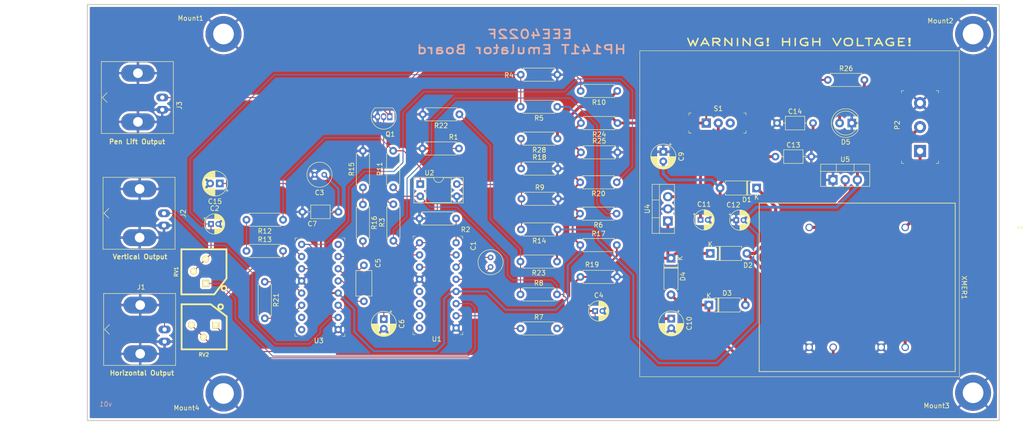
<source format=kicad_pcb>
(kicad_pcb (version 20221018) (generator pcbnew)
  (title_block (title "HP141 Emulator Board") (date "2025-04-08") (rev "v01") (company "EEE4022F: Research Project") (comment 1 "University of Cape Town"))
  (layers (0 "F.Cu" signal) (31 "B.Cu" signal) (34 "B.Paste" user) (35 "F.Paste" user) (36 "B.SilkS" user "B.Silkscreen") (37 "F.SilkS" user "F.Silkscreen") (38 "B.Mask" user) (39 "F.Mask" user) (44 "Edge.Cuts" user))
  (net 0 "")
  (net 1 "Net-(U1-TC1)")
  (net 2 "Net-(U1-TC2)")
  (net 3 "Net-(C2-Pad1)")
  (net 4 "GND")
  (net 5 "+9V")
  (net 6 "Net-(C4-Pad1)")
  (net 7 "Net-(U3-TC1)")
  (net 8 "Net-(U3-TC2)")
  (net 9 "Net-(U1-BIAS)")
  (net 10 "Net-(D1-A)")
  (net 11 "Net-(D2-K)")
  (net 12 "12V1")
  (net 13 "-12V")
  (net 14 "Net-(U3-BIAS)")
  (net 15 "Net-(D1-K)")
  (net 16 "Net-(D3-K)")
  (net 17 "Net-(D5-A)")
  (net 18 "Vx")
  (net 19 "Vy")
  (net 20 "Vp")
  (net 21 "Net-(Q1-B)")
  (net 22 "Net-(U1-TR1)")
  (net 23 "Net-(U1-TR2)")
  (net 24 "V_sq")
  (net 25 "V_saw")
  (net 26 "Net-(U2A--)")
  (net 27 "-1V")
  (net 28 "-6V")
  (net 29 "+12V")
  (net 30 "Net-(R11-Pad2)")
  (net 31 "Net-(U2B--)")
  (net 32 "Net-(R15-Pad1)")
  (net 33 "Net-(U3-TR1)")
  (net 34 "+6V")
  (net 35 "Net-(U3-FSKI)")
  (net 36 "Net-(U3-WAVEA1)")
  (net 37 "Net-(U3-WAVEA2)")
  (net 38 "Net-(U1-MO)")
  (net 39 "Net-(U3-MO)")
  (net 48 "Net-(P2-AC_P)")
  (net 49 "Net-(P2-AC_N)")
  (footprint "Resistor_THT:R_Axial_DIN0207_L6.3mm_D2.5mm_P7.62mm_Horizontal" (layer "F.Cu") (at 189.55 108.975 180)
    (fp_text reference "R23")
    (fp_text value "110k")
  )
  (footprint "Digikey:Socket_DIP-16_7.62mm_Conn" (layer "F.Cu") (at 168.52 122.825 180)
    (fp_text reference "U1")
    (fp_text value "XR2206CP")
  )
  (footprint "Resistor_THT:R_Axial_DIN0207_L6.3mm_D2.5mm_P7.62mm_Horizontal" (layer "F.Cu") (at 202 92.425 180)
    (fp_text reference "R20")
    (fp_text value "10k")
  )
  (footprint "Capacitor_THT:C_Axial_L3.8mm_D2.6mm_P7.50mm_Horizontal" (layer "F.Cu") (at 144 98.6 180)
    (fp_text reference "C7")
    (fp_text value "1uF")
  )
  (footprint "Resistor_THT:R_Axial_DIN0207_L6.3mm_D2.5mm_P7.62mm_Horizontal" (layer "F.Cu") (at 168.51 99.975 180)
    (fp_text reference "R2")
    (fp_text value "1.2k")
  )
  (footprint "Resistor_THT:R_Axial_DIN0207_L6.3mm_D2.5mm_P7.62mm_Horizontal" (layer "F.Cu") (at 189.65 83.325 180)
    (fp_text reference "R28")
    (fp_text value "10k")
  )
  (footprint "Capacitor_THT:CP_Radial_D4.0mm_P1.50mm" (layer "F.Cu") (at 197.5 119.275)
    (fp_text reference "C4")
    (fp_text value "10uF")
  )
  (footprint "Capacitor_THT:CP_Radial_D4.0mm_P1.50mm" (layer "F.Cu") (at 117.447401 101.13)
    (fp_text reference "C2")
    (fp_text value "10uF")
  )
  (footprint "Digikey:Term_Block_1x3_P5mm" (layer "F.Cu") (at 265.2 85.9 90)
    (fp_text reference "P2")
    (fp_text value "Conn_WallPlug_Earth")
  )
  (footprint "Capacitor_THT:C_Axial_L3.8mm_D2.6mm_P7.50mm_Horizontal" (layer "F.Cu") (at 235.05 87.075)
    (fp_text reference "C13")
    (fp_text value "0.1uF")
  )
  (footprint "Resistor_THT:R_Axial_DIN0207_L6.3mm_D2.5mm_P7.62mm_Horizontal" (layer "F.Cu") (at 194.39 105.525)
    (fp_text reference "R17")
    (fp_text value "5.1k")
  )
  (footprint "Capacitor_THT:C_Axial_L5.1mm_D3.1mm_P7.50mm_Horizontal" (layer "F.Cu") (at 149.3 117.25 90)
    (fp_text reference "C5")
    (fp_text value "22nF")
  )
  (footprint "Connector_Coaxial:BNC_Amphenol_B6252HB-NPP3G-50_Horizontal" (layer "F.Cu") (at 107.3 74.75 90)
    (fp_text reference "J3")
    (fp_text value "Conn_Coaxial")
  )
  (footprint "Resistor_THT:R_Axial_DIN0207_L6.3mm_D2.5mm_P7.62mm_Horizontal" (layer "F.Cu") (at 149.1 97.065 -90)
    (fp_text reference "R16")
    (fp_text value "220R")
  )
  (footprint "Resistor_THT:R_Axial_DIN0207_L6.3mm_D2.5mm_P7.62mm_Horizontal" (layer "F.Cu") (at 181.95 122.925)
    (fp_text reference "R7")
    (fp_text value "1k")
  )
  (footprint "Capacitor_THT:CP_Radial_D4.0mm_P1.50mm" (layer "F.Cu") (at 226.9 100.325)
    (fp_text reference "C12")
    (fp_text value "10uF")
  )
  (footprint "Resistor_THT:R_Axial_DIN0207_L6.3mm_D2.5mm_P7.62mm_Horizontal" (layer "F.Cu") (at 155.4 93.485 90)
    (fp_text reference "R11")
    (fp_text value "18k")
  )
  (footprint "MountingHole:MountingHole_4.3mm_M4_DIN965_Pad" (layer "F.Cu") (at 276.25 136.35)
    (fp_text reference "Mount3")
    (fp_text value "MountingHole_4.3mm_M4_DIN965_Pad")
  )
  (footprint "Resistor_THT:R_Axial_DIN0207_L6.3mm_D2.5mm_P7.62mm_Horizontal" (layer "F.Cu") (at 189.6 76.675 180)
    (fp_text reference "R5")
    (fp_text value "5.1k")
  )
  (footprint "Connector_Coaxial:BNC_Amphenol_B6252HB-NPP3G-50_Horizontal" (layer "F.Cu") (at 107.77 123.13 90)
    (fp_text reference "J1")
    (fp_text value "Conn_Coaxial")
  )
  (footprint "Diode_THT:D_A-405_P7.62mm_Horizontal" (layer "F.Cu") (at 221.48 107.275)
    (fp_text reference "D2")
    (fp_text value "1N4007")
  )
  (footprint "Resistor_THT:R_Axial_DIN0207_L6.3mm_D2.5mm_P7.62mm_Horizontal" (layer "F.Cu") (at 202.15 80.075 180)
    (fp_text reference "R24")
    (fp_text value "3.3k")
  )
  (footprint "Resistor_THT:R_Axial_DIN0207_L6.3mm_D2.5mm_P7.62mm_Horizontal" (layer "F.Cu") (at 194.43 112.175)
    (fp_text reference "R19")
    (fp_text value "5.1k")
  )
  (footprint "Capacitor_THT:CP_Radial_D4.0mm_P1.50mm" (layer "F.Cu") (at 219.45 100.275)
    (fp_text reference "C11")
    (fp_text value "10uF")
  )
  (footprint "bourns:BOURNS-3362P_pot" (layer "F.Cu") (at 115.89 122.2 180)
    (fp_text reference "RV2")
    (fp_text value "25k" hide)
  )
  (footprint "Resistor_THT:R_Axial_DIN0207_L6.3mm_D2.5mm_P7.62mm_Horizontal" (layer "F.Cu") (at 181.99 69.975)
    (fp_text reference "R4")
    (fp_text value "5.1k")
  )
  (footprint "Digikey:Socket_DIP-16_7.62mm_Conn" (layer "F.Cu") (at 143.95 123.165 180)
    (fp_text reference "U3")
    (fp_text value "XR2206CP")
  )
  (footprint "Resistor_THT:R_Axial_DIN0207_L6.3mm_D2.5mm_P7.62mm_Horizontal" (layer "F.Cu") (at 169.2 78.25 180)
    (fp_text reference "R22")
    (fp_text value "10k")
  )
  (footprint "myrra_ul:44202_MYR" (layer "F.Cu") (at 262.1 101.85 -90)
    (fp_text reference "XMER1")
    (fp_text value "44202")
  )
  (footprint "MountingHole:MountingHole_4.3mm_M4_DIN965_Pad" (layer "F.Cu") (at 120.05 61.5)
    (fp_text reference "Mount1")
    (fp_text value "MountingHole_4.3mm_M4_DIN965_Pad")
  )
  (footprint "Resistor_THT:R_Axial_DIN0207_L6.3mm_D2.5mm_P7.62mm_Horizontal" (layer "F.Cu") (at 124.84 106.75)
    (fp_text reference "R13")
    (fp_text value "10k")
  )
  (footprint "Package_DIP:DIP-4_W7.62mm_Socket" (layer "F.Cu") (at 161.05 92.8)
    (fp_text reference "U2")
    (fp_text value "LM358")
  )
  (footprint "Resistor_THT:R_Axial_DIN0207_L6.3mm_D2.5mm_P7.62mm_Horizontal" (layer "F.Cu") (at 149.1 93.495 90)
    (fp_text reference "R15")
    (fp_text value "4.3k")
  )
  (footprint "Resistor_THT:R_Axial_DIN0207_L6.3mm_D2.5mm_P7.62mm_Horizontal" (layer "F.Cu") (at 182.14 95.875)
    (fp_text reference "R9")
    (fp_text value "10k")
  )
  (footprint "Package_TO_SOT_THT:TO-92_Inline" (layer "F.Cu") (at 154.7 78.75 180)
    (fp_text reference "Q1")
    (fp_text value "2N2222")
  )
  (footprint "Connector_Coaxial:BNC_Amphenol_B6252HB-NPP3G-50_Horizontal" (layer "F.Cu") (at 107.65 98.9 90)
    (fp_text reference "J2")
    (fp_text value "Conn_Coaxial")
  )
  (footprint "Resistor_THT:R_Axial_DIN0207_L6.3mm_D2.5mm_P7.62mm_Horizontal" (layer "F.Cu") (at 132.46 100.25 180)
    (fp_text reference "R12")
    (fp_text value "10k")
  )
  (footprint "Capacitor_THT:C_Radial_D5.0mm_H5.0mm_P2.00mm" (layer "F.Cu") (at 141.05 90.85 180)
    (fp_text reference "C3")
    (fp_text value "1uF")
  )
  (footprint "Resistor_THT:R_Axial_DIN0207_L6.3mm_D2.5mm_P7.62mm_Horizontal" (layer "F.Cu") (at 194.53 86.175)
    (fp_text reference "R25")
    (fp_text value "10k")
  )
  (footprint "LED_THT:LED_D5.0mm" (layer "F.Cu") (at 250.975 80.075 180)
    (fp_text reference "D5")
    (fp_text value "GREEN")
  )
  (footprint "Capacitor_THT:C_Radial_D5.0mm_H5.0mm_P2.00mm" (layer "F.Cu") (at 175.7 110.1 90)
    (fp_text reference "C1")
    (fp_text value "47uF")
  )
  (footprint "bourns:BOURNS-3362P_pot" (layer "F.Cu") (at 116.35 110.99 90)
    (fp_text reference "RV1")
    (fp_text value "25k" hide)
  )
  (footprint "Resistor_THT:R_Axial_DIN0207_L6.3mm_D2.5mm_P7.62mm_Horizontal" (layer "F.Cu") (at 202.1 73.375 180)
    (fp_text reference "R10")
    (fp_text value "10k")
  )
  (footprint "Resistor_THT:R_Axial_DIN0207_L6.3mm_D2.5mm_P7.62mm_Horizontal" (layer "F.Cu") (at 245.98 71.075)
    (fp_text reference "R26")
    (fp_text value "100k")
  )
  (footprint "Capacitor_THT:CP_Radial_D5.0mm_P2.00mm" (layer "F.Cu") (at 153.45 120.975 -90)
    (fp_text reference "C6")
    (fp_text value "1uF")
  )
  (footprint "Capacitor_THT:CP_Radial_D5.0mm_P2.00mm" (layer "F.Cu") (at 211.7 86.069888 -90)
    (fp_text reference "C9")
    (fp_text value "1mF")
  )
  (footprint "Package_TO_SOT_THT:TO-220-3_Vertical" (layer "F.Cu") (at 212.645 100.515 90)
    (fp_text reference "U4")
    (fp_text value "LM7812_TO220")
  )
  (footprint "Capacitor_THT:CP_Radial_D5.0mm_P2.00mm" (layer "F.Cu") (at 119.27 92.68 180)
    (fp_text reference "C15")
    (fp_text value "1uF")
  )
  (footprint "Resistor_THT:R_Axial_DIN0207_L6.3mm_D2.5mm_P7.62mm_Horizontal" (layer "F.Cu") (at 169.11 85.375 180)
    (fp_text reference "R1")
    (fp_text value "1.5k")
  )
  (footprint "MountingHole:MountingHole_4.3mm_M4_DIN965_Pad" (layer "F.Cu") (at 276.25 61.5)
    (fp_text reference "Mount2")
    (fp_text value "MountingHole_4.3mm_M4_DIN965_Pad")
  )
  (footprint "Resistor_THT:R_Axial_DIN0207_L6.3mm_D2.5mm_P7.62mm_Horizontal" (layer "F.Cu") (at 155.45 104.635 90)
    (fp_text reference "R3")
    (fp_text value "1k")
  )
  (footprint "MountingHole:MountingHole_4.3mm_M4_DIN965_Pad" (layer "F.Cu") (at 120.05 136.5)
    (fp_text reference "Mount4")
    (fp_text value "MountingHole_4.3mm_M4_DIN965_Pad")
  )
  (footprint "digikey-footprints:Switch_Slide_11.6x4mm_EG1218" (layer "F.Cu") (at 220.65 80.075)
    (fp_text reference "S1")
    (fp_text value "EG1218")
  )
  (footprint "Resistor_THT:R_Axial_DIN0207_L6.3mm_D2.5mm_P7.62mm_Horizontal" (layer "F.Cu") (at 189.66 102.275 180)
    (fp_text reference "R14")
    (fp_text value "10k")
  )
  (footprint "Diode_THT:D_A-405_P7.62mm_Horizontal" (layer "F.Cu") (at 213.3 108.265 -90)
    (fp_text reference "D4")
    (fp_text value "1N4007")
  )
  (footprint "Diode_THT:D_A-405_P7.62mm_Horizontal" (layer "F.Cu") (at 231.15 93.625 180)
    (fp_text reference "D1")
    (fp_text value "1N4007")
  )
  (footprint "Resistor_THT:R_Axial_DIN0207_L6.3mm_D2.5mm_P7.62mm_Horizontal" (layer "F.Cu") (at 201.96 98.975 180)
    (fp_text reference "R6")
    (fp_text value "5.1k")
  )
  (footprint "Capacitor_THT:CP_Radial_D5.0mm_P2.00mm" (layer "F.Cu") (at 213.35 120.875 -90)
    (fp_text reference "C10")
    (fp_text value "1mF")
  )
  (footprint "Resistor_THT:R_Axial_DIN0207_L6.3mm_D2.5mm_P7.62mm_Horizontal" (layer "F.Cu") (at 128.65 113.19 -90)
    (fp_text reference "R21")
    (fp_text value "220R")
  )
  (footprint "Package_TO_SOT_THT:TO-220-3_Vertical" (layer "F.Cu") (at 247.06 91.92)
    (fp_text reference "U5")
    (fp_text value "LM7912_TO220")
  )
  (footprint "Capacitor_THT:C_Axial_L3.8mm_D2.6mm_P7.50mm_Horizontal" (layer "F.Cu") (at 235.4 80.075)
    (fp_text reference "C14")
    (fp_text value "0.1uF")
  )
  (footprint "Diode_THT:D_A-405_P7.62mm_Horizontal" (layer "F.Cu") (at 221.18 118.025)
    (fp_text reference "D3")
    (fp_text value "1N4007")
  )
  (footprint "Resistor_THT:R_Axial_DIN0207_L6.3mm_D2.5mm_P7.62mm_Horizontal" (layer "F.Cu") (at 182.08 89.575)
    (fp_text reference "R18")
    (fp_text value "10k")
  )
  (footprint "Resistor_THT:R_Axial_DIN0207_L6.3mm_D2.5mm_P7.62mm_Horizontal" (layer "F.Cu") (at 181.93 115.825)
    (fp_text reference "R8")
    (fp_text value "1k")
  )
  (gr_line (start 206.8 65) (end 206.775 133) (stroke (width 0.1)) (layer "F.SilkS"))
  (gr_line (start 273.4 133) (end 273.4 65) (stroke (width 0.1)) (layer "F.SilkS"))
  (gr_line (start 206.775 133) (end 273.4 133) (stroke (width 0.1)) (layer "F.SilkS"))
  (gr_line (start 273.4 65) (end 206.8 65) (stroke (width 0.1)) (layer "F.SilkS"))
  (gr_line (start 91.7 142.125) (end 281.7 142.125) (stroke (width 0.254)) (layer "Edge.Cuts"))
  (gr_line (start 281.7 55.35) (end 281.7 142.125) (stroke (width 0.254)) (layer "Edge.Cuts"))
  (gr_line (start 91.7 55.35) (end 91.7 142.125) (stroke (width 0.254)) (layer "Edge.Cuts"))
  (gr_line (start 91.7 55.35) (end 281.7 55.35) (stroke (width 0.254)) (layer "Edge.Cuts"))
  (gr_text "v01" (at 96.9 139.3) (layer "B.SilkS") (effects (font (size 1 1) (thickness 0.125)) (justify left bottom mirror)))
  (gr_text "HP141T Emulator Board" (at 204.2 65.8) (layer "B.SilkS") (effects (font (size 1.8 2.4) (thickness 0.36) bold) (justify left bottom mirror)))
  (gr_text "EEE4022F" (at 193 62.6) (layer "B.SilkS") (effects (font (size 1.8 2.4) (thickness 0.36) bold) (justify left bottom mirror)))
  (gr_text locked "Vertical Output" (at 96.85 108.55) (layer "F.SilkS") (effects (font (size 1 1) (thickness 0.2) bold) (justify left bottom)))
  (gr_text "WARNING! HIGH VOLTAGE!" (at 216.25 64.1) (layer "F.SilkS") (effects (font (size 1.5 2.5) (thickness 0.3) bold) (justify left bottom)))
  (gr_text locked "Pen Lift Output" (at 96.1 84.55) (layer "F.SilkS") (effects (font (size 1 1) (thickness 0.2) bold) (justify left bottom)))
  (gr_text locked "Horizontal Output\n" (at 96.25 132.8) (layer "F.SilkS") (effects (font (size 1 1) (thickness 0.2) bold) (justify left bottom)))
  (segment (start 173.135 112.665) (end 168.52 112.665) (width 0.2) (layer "F.Cu") (net 1))
  (segment (start 175.7 110.1) (end 173.135 112.665) (width 0.2) (layer "F.Cu") (net 1))
  (segment (start 175.7 108.1) (end 170.545 108.1) (width 0.2) (layer "F.Cu") (net 2))
  (segment (start 170.545 108.1) (end 168.52 110.125) (width 0.2) (layer "F.Cu") (net 2))
  (segment (start 181.99 76.665) (end 181.98 76.675) (width 0.2) (layer "F.Cu") (net 3))
  (segment (start 117.447401 107.352599) (end 116.35 108.45) (width 0.2) (layer "F.Cu") (net 3))
  (segment (start 117.447401 101.13) (end 117.52 101.202599) (width 0.2) (layer "F.Cu") (net 3))
  (segment (start 116.35 108.45) (end 113.81 110.99) (width 0.2) (layer "F.Cu") (net 3))
  (segment (start 117.447401 101.13) (end 117.447401 107.352599) (width 0.2) (layer "F.Cu") (net 3))
  (segment (start 181.99 69.975) (end 181.99 76.665) (width 0.2) (layer "F.Cu") (net 3))
  (segment (start 130.675 69.975) (end 181.99 69.975) (width 0.2) (layer "B.Cu") (net 3))
  (segment (start 113.1 87.55) (end 130.675 69.975) (width 0.2) (layer "B.Cu") (net 3))
  (segment (start 113.1 98.7) (end 113.1 87.55) (width 0.2) (layer "B.Cu") (net 3))
  (segment (start 117.447401 101.13) (end 115.53 101.13) (width 0.2) (layer "B.Cu") (net 3))
  (segment (start 115.53 101.13) (end 113.1 98.7) (width 0.2) (layer "B.Cu") (net 3))
  (segment (start 192.8 100.515) (end 192.8 103.935) (width 0.4) (layer "F.Cu") (net 5))
  (segment (start 194.38 86.325) (end 194.53 86.175) (width 0.2) (layer "F.Cu") (net 5))
  (segment (start 192.7 88.005) (end 194.38 86.325) (width 0.4) (layer "F.Cu") (net 5))
  (segment (start 141.495 115.545) (end 143.95 115.545) (width 0.4) (layer "F.Cu") (net 5))
  (segment (start 144 98.6) (end 142.95 98.6) (width 0.4) (layer "F.Cu") (net 5))
  (segment (start 142.95 98.6) (end 140.35 101.2) (width 0.4) (layer "F.Cu") (net 5))
  (segment (start 194.38 92.425) (end 192.8 94.005) (width 0.4) (layer "F.Cu") (net 5))
  (segment (start 194.38 92.425) (end 192.7 90.745) (width 0.4) (layer "F.Cu") (net 5))
  (segment (start 192.8 103.935) (end 194.39 105.525) (width 0.4) (layer "F.Cu") (net 5))
  (segment (start 140.35 101.2) (end 140.35 114.4) (width 0.4) (layer "F.Cu") (net 5))
  (segment (start 192.7 90.745) (end 192.7 88.005) (width 0.4) (layer "F.Cu") (net 5))
  (segment (start 192.8 94.005) (end 192.8 97.435) (width 0.4) (layer "F.Cu") (net 5))
  (segment (start 192.65 81.955) (end 194.53 80.075) (width 0.4) (layer "F.Cu") (net 5))
  (segment (start 192.8 97.435) (end 194.34 98.975) (width 0.4) (layer "F.Cu") (net 5))
  (segment (start 192.65 84.295) (end 192.65 81.955) (width 0.4) (layer "F.Cu") (net 5))
  (segment (start 140.35 114.4) (end 141.495 115.545) (width 0.4) (layer "F.Cu") (net 5))
  (segment (start 194.53 86.175) (end 192.65 84.295) (width 0.4) (layer "F.Cu") (net 5))
  (segment (start 194.34 98.975) (end 192.8 100.515) (width 0.4) (layer "F.Cu") (net 5))
  (segment (start 147.3 123.625) (end 151.35 127.675) (width 0.4) (layer "B.Cu") (net 5))
  (segment (start 166 116.75) (end 167.545 115.205) (width 0.4) (layer "B.Cu") (net 5))
  (segment (start 166 126.1) (end 166 116.75) (width 0.4) (layer "B.Cu") (net 5))
  (segment (start 151.35 127.675) (end 164.425 127.675) (width 0.4) (layer "B.Cu") (net 5))
  (segment (start 194.53 80.075) (end 194.53 79.13) (width 0.4) (layer "B.Cu") (net 5))
  (segment (start 147.3 118.895) (end 147.3 123.625) (width 0.4) (layer "B.Cu") (net 5))
  (segment (start 192.075 76.675) (end 189.6 76.675) (width 0.4) (layer "B.Cu") (net 5))
  (segment (start 144 98.6) (end 144 93.8) (width 0.4) (layer "B.Cu") (net 5))
  (segment (start 143.95 115.545) (end 147.3 118.895) (width 0.4) (layer "B.Cu") (net 5))
  (segment (start 194.53 79.13) (end 192.075 76.675) (width 0.4) (layer "B.Cu") (net 5))
  (segment (start 175.005 115.205) (end 168.52 115.205) (width 0.4) (layer "B.Cu") (net 5))
  (segment (start 191.8 109.75) (end 191.8 116.55) (width 0.4) (layer "B.Cu") (net 5))
  (segment (start 194.39 107.16) (end 191.8 109.75) (width 0.4) (layer "B.Cu") (net 5))
  (segment (start 191.8 116.55) (end 189.3 119.05) (width 0.4) (layer "B.Cu") (net 5))
  (segment (start 178.85 119.05) (end 175.005 115.205) (width 0.4) (layer "B.Cu") (net 5))
  (segment (start 167.545 115.205) (end 168.52 115.205) (width 0.4) (layer "B.Cu") (net 5))
  (segment (start 144 93.8) (end 141.05 90.85) (width 0.4) (layer "B.Cu") (net 5))
  (segment (start 189.3 119.05) (end 178.85 119.05) (width 0.4) (layer "B.Cu") (net 5))
  (segment (start 164.425 127.675) (end 166 126.1) (width 0.4) (layer "B.Cu") (net 5))
  (segment (start 194.39 105.525) (end 194.39 107.16) (width 0.4) (layer "B.Cu") (net 5))
  (segment (start 120.133 128.983) (end 115.89 124.74) (width 0.2) (layer "F.Cu") (net 6))
  (segment (start 120.133 129.05) (end 120.133 128.983) (width 0.2) (layer "F.Cu") (net 6))
  (segment (start 193 129.05) (end 120.133 129.05) (width 0.2) (layer "F.Cu") (net 6))
  (segment (start 197.5 119.275) (end 197.5 124.55) (width 0.2) (layer "F.Cu") (net 6))
  (segment (start 202.01 107.815) (end 202.01 105.525) (width 0.4) (layer "F.Cu") (net 6))
  (segment (start 193 117.325) (end 193 113.605) (width 0.4) (layer "F.Cu") (net 6))
  (segment (start 194.95 119.275) (end 193 117.325) (width 0.4) (layer "F.Cu") (net 6))
  (segment (start 194.43 112.175) (end 197.65 112.175) (width 0.4) (layer "F.Cu") (net 6))
  (segment (start 197.5 124.55) (end 193 129.05) (width 0.2) (layer "F.Cu") (net 6))
  (segment (start 115.89 124.74) (end 113.35 122.2) (width 0.2) (layer "F.Cu") (net 6))
  (segment (start 197.5 119.275) (end 194.95 119.275) (width 0.4) (layer "F.Cu") (net 6))
  (segment (start 197.65 112.175) (end 202.01 107.815) (width 0.4) (layer "F.Cu") (net 6))
  (segment (start 193 113.605) (end 194.43 112.175) (width 0.4) (layer "F.Cu") (net 6))
  (segment (start 144.755 113.005) (end 143.95 113.005) (width 0.2) (layer "F.Cu") (net 7))
  (segment (start 149.3 117.25) (end 147.75 117.25) (width 0.2) (layer "F.Cu") (net 7))
  (segment (start 147.75 117.25) (end 146.4 115.9) (width 0.2) (layer "F.Cu") (net 7))
  (segment (start 146.4 115.9) (end 146.4 114.65) (width 0.2) (layer "F.Cu") (net 7))
  (segment (start 146.4 114.65) (end 144.755 113.005) (width 0.2) (layer "F.Cu") (net 7))
  (segment (start 147.8 111.25) (end 144.735 111.25) (width 0.2) (layer "F.Cu") (net 8))
  (segment (start 144.735 111.25) (end 143.95 110.465) (width 0.2) (layer "F.Cu") (net 8))
  (segment (start 149.3 109.75) (end 147.8 111.25) (width 0.2) (layer "F.Cu") (net 8))
  (segment (start 157.29 107.585) (end 160.9 107.585) (width 0.2) (layer "F.Cu") (net 9))
  (segment (start 153.45 111.425) (end 157.29 107.585) (width 0.2) (layer "F.Cu") (net 9))
  (segment (start 153.45 120.975) (end 153.45 111.425) (width 0.2) (layer "F.Cu") (net 9))
  (segment (start 223.53 96.13) (end 223.53 93.625) (width 0.6) (layer "F.Cu") (net 10))
  (segment (start 228.8 118.025) (end 228.8 115.05) (width 0.6) (layer "F.Cu") (net 10))
  (segment (start 224.75 97.35) (end 223.53 96.13) (width 0.6) (layer "F.Cu") (net 10))
  (segment (start 249.6 91.92) (end 249.6 93.875) (width 0.6) (layer "F.Cu") (net 10))
  (segment (start 240.3 96.025) (end 234.7 90.425) (width 0.6) (layer "F.Cu") (net 10))
  (segment (start 224.75 111) (end 224.75 97.35) (width 0.6) (layer "F.Cu") (net 10))
  (segment (start 228.8 115.05) (end 224.75 111) (width 0.6) (layer "F.Cu") (net 10))
  (segment (start 225.8 90.425) (end 223.53 92.695) (width 0.6) (layer "F.Cu") (net 10))
  (segment (start 249.6 93.875) (end 247.45 96.025) (width 0.6) (layer "F.Cu") (net 10))
  (segment (start 247.45 96.025) (end 240.3 96.025) (width 0.6) (layer "F.Cu") (net 10))
  (segment (start 223.53 92.695) (end 223.53 93.625) (width 0.6) (layer "F.Cu") (net 10))
  (segment (start 234.7 90.425) (end 225.8 90.425) (width 0.6) (layer "F.Cu") (net 10))
  (segment (start 221.83 91.925) (end 223.53 93.625) (width 0.6) (layer "B.Cu") (net 10))
  (segment (start 212.95 91.925) (end 221.83 91.925) (width 0.6) (layer "B.Cu") (net 10))
  (segment (start 211.7 90.675) (end 212.95 91.925) (width 0.6) (layer "B.Cu") (net 10))
  (segment (start 211.7 88.069888) (end 211.7 90.675) (width 0.6) (layer "B.Cu") (net 10))
  (segment (start 212.645 107.61) (end 213.3 108.265) (width 0.6) (layer "F.Cu") (net 11))
  (segment (start 213.35 120.875) (end 211 120.875) (width 0.6) (layer "F.Cu") (net 11))
  (segment (start 213.26 108.225) (end 213.3 108.265) (width 0.6) (layer "F.Cu") (net 11))
  (segment (start 209.2 119.075) (end 209.2 109.775) (width 0.6) (layer "F.Cu") (net 11))
  (segment (start 210.71 108.265) (end 213.3 108.265) (width 0.6) (layer "F.Cu") (net 11))
  (segment (start 209.2 109.775) (end 210.71 108.265) (width 0.6) (layer "F.Cu") (net 11))
  (segment (start 212.645 100.515) (end 212.645 107.61) (width 0.6) (layer "F.Cu") (net 11))
  (segment (start 214.29 107.275) (end 213.3 108.265) (width 0.6) (layer "F.Cu") (net 11))
  (segment (start 221.48 107.275) (end 214.29 107.275) (width 0.6) (layer "F.Cu") (net 11))
  (segment (start 211 120.875) (end 209.2 119.075) (width 0.6) (layer "F.Cu") (net 11))
  (segment (start 212.645 107.61) (end 213.3 108.265) (width 0.2) (layer "B.Cu") (net 11))
  (segment (start 222.3 87.075) (end 219.45 89.925) (width 0.6) (layer "F.Cu") (net 12))
  (segment (start 219.45 89.925) (end 219.45 95.425) (width 0.6) (layer "F.Cu") (net 12))
  (segment (start 219.45 95.425) (end 219.45 100.275) (width 0.6) (layer "F.Cu") (net 12))
  (segment (start 219.44 95.435) (end 219.45 95.425) (width 0.2) (layer "F.Cu") (net 12))
  (segment (start 224.4 84.125) (end 223.15 82.875) (width 0.6) (layer "F.Cu") (net 12))
  (segment (start 223.15 82.875) (end 223.15 80.075) (width 0.6) (layer "F.Cu") (net 12))
  (segment (start 224.4 87.075) (end 224.4 84.125) (width 0.6) (layer "F.Cu") (net 12))
  (segment (start 212.645 95.435) (end 219.44 95.435) (width 0.6) (layer "F.Cu") (net 12))
  (segment (start 235.05 87.075) (end 224.4 87.075) (width 0.6) (layer "F.Cu") (net 12))
  (segment (start 224.4 87.075) (end 222.3 87.075) (width 0.6) (layer "F.Cu") (net 12))
  (segment (start 242.9 82.475) (end 246.2 85.775) (width 0.6) (layer "F.Cu") (net 13))
  (segment (start 249.55 85.775) (end 252.14 88.365) (width 0.6) (layer "F.Cu") (net 13))
  (segment (start 189.55 102.385) (end 189.66 102.275) (width 0.2) (layer "F.Cu") (net 13))
  (segment (start 189.55 108.975) (end 189.55 102.385) (width 0.4) (layer "F.Cu") (net 13))
  (segment (start 189.66 108.865) (end 189.55 108.975) (width 0.2) (layer "F.Cu") (net 13))
  (segment (start 246.2 85.775) (end 249.55 85.775) (width 0.6) (layer "F.Cu") (net 13))
  (segment (start 252.14 88.365) (end 252.14 91.92) (width 0.6) (layer "F.Cu") (net 13))
  (segment (start 242.9 80.075) (end 242.9 82.475) (width 0.6) (layer "F.Cu") (net 13))
  (segment (start 231.1 97.625) (end 228.4 100.325) (width 0.6) (layer "B.Cu") (net 13))
  (segment (start 247.8 97.625) (end 231.1 97.625) (width 0.6) (layer "B.Cu") (net 13))
  (segment (start 231.35 121.625) (end 222.825 130.15) (width 0.4) (layer "B.Cu") (net 13))
  (segment (start 198.05 103.35) (end 196.975 102.275) (width 0.4) (layer "B.Cu") (net 13))
  (segment (start 205.45 124.85) (end 205.45 111.85) (width 0.4) (layer "B.Cu") (net 13))
  (segment (start 247.8 97.625) (end 252.14 93.285) (width 0.6) (layer "B.Cu") (net 13))
  (segment (start 231.35 103.275) (end 231.35 121.625) (width 0.4) (layer "B.Cu") (net 13))
  (segment (start 196.975 102.275) (end 189.66 102.275) (width 0.4) (layer "B.Cu") (net 13))
  (segment (start 228.4 100.325) (end 231.35 103.275) (width 0.4) (layer "B.Cu") (net 13))
  (segment (start 222.825 130.15) (end 210.75 130.15) (width 0.4) (layer "B.Cu") (net 13))
  (segment (start 205.45 111.85) (end 198.05 104.45) (width 0.4) (layer "B.Cu") (net 13))
  (segment (start 198.05 104.45) (end 198.05 103.35) (width 0.4) (layer "B.Cu") (net 13))
  (segment (start 210.75 130.15) (end 205.45 124.85) (width 0.4) (layer "B.Cu") (net 13))
  (segment (start 252.14 93.285) (end 252.14 91.92) (width 0.6) (layer "B.Cu") (net 13))
  (segment (start 134.4 105.995) (end 136.33 107.925) (width 0.2) (layer "F.Cu") (net 14))
  (segment (start 119.27 92.68) (end 132.88 92.68) (width 0.2) (layer "F.Cu") (net 14))
  (segment (start 134.4 94.2) (end 134.4 105.995) (width 0.2) (layer "F.Cu") (net 14))
  (segment (start 132.88 92.68) (end 134.4 94.2) (width 0.2) (layer "F.Cu") (net 14))
  (segment (start 255.5 111.95) (end 262.1 118.55) (width 0.65) (layer "F.Cu") (net 15))
  (segment (start 233.775 111.95) (end 255.5 111.95) (width 0.65) (layer "F.Cu") (net 15))
  (segment (start 235.1 102.95) (end 230.775 107.275) (width 0.65) (layer "F.Cu") (net 15))
  (segment (start 262.1 118.55) (end 262.1 126.850001) (width 0.65) (layer "F.Cu") (net 15))
  (segment (start 231.15 93.625) (end 235.1 97.575) (width 0.65) (layer "F.Cu") (net 15))
  (segment (start 235.1 97.575) (end 235.1 102.95) (width 0.65) (layer "F.Cu") (net 15))
  (segment (start 229.1 107.275) (end 233.775 111.95) (width 0.65) (layer "F.Cu") (net 15))
  (segment (start 230.775 107.275) (end 229.1 107.275) (width 0.65) (layer "F.Cu") (net 15))
  (segment (start 215.44 118.025) (end 221.18 118.025) (width 0.6) (layer "F.Cu") (net 16))
  (segment (start 245.6 130.6) (end 247.1 129.1) (width 0.6) (layer "F.Cu") (net 16))
  (segment (start 213.3 115.885) (end 215.44 118.025) (width 0.6) (layer "F.Cu") (net 16))
  (segment (start 229.1 130.6) (end 245.6 130.6) (width 0.6) (layer "F.Cu") (net 16))
  (segment (start 221.18 122.68) (end 229.1 130.6) (width 0.6) (layer "F.Cu") (net 16))
  (segment (start 221.18 118.025) (end 221.18 122.68) (width 0.6) (layer "F.Cu") (net 16))
  (segment (start 247.1 129.1) (end 247.1 126.850001) (width 0.6) (layer "F.Cu") (net 16))
  (segment (start 248.435 77.74) (end 253.6 72.575) (width 0.6) (layer "F.Cu") (net 17))
  (segment (start 253.6 72.575) (end 253.6 71.075) (width 0.6) (layer "F.Cu") (net 17))
  (segment (start 248.435 80.075) (end 248.435 77.74) (width 0.6) (layer "F.Cu") (net 17))
  (segment (start 132.46 109.54) (end 132.46 106.75) (width 0.2) (layer "F.Cu") (net 18))
  (segment (start 107.77 123.13) (end 107.77 119.98) (width 0.2) (layer "F.Cu") (net 18))
  (segment (start 110.95 116.8) (end 119.65 116.8) (width 0.2) (layer "F.Cu") (net 18))
  (segment (start 131.55 110.45) (end 132.46 109.54) (width 0.2) (layer "F.Cu") (net 18))
  (segment (start 107.77 119.98) (end 110.95 116.8) (width 0.2) (layer "F.Cu") (net 18))
  (segment (start 126 110.45) (end 131.55 110.45) (width 0.2) (layer "F.Cu") (net 18))
  (segment (start 119.65 116.8) (end 126 110.45) (width 0.2) (layer "F.Cu") (net 18))
  (segment (start 120.35 105.6) (end 126.05 111.3) (width 0.2) (layer "B.Cu") (net 19))
  (segment (start 107.65 98.9) (end 109.8 98.9) (width 0.2) (layer "B.Cu") (net 19))
  (segment (start 126.05 121.3) (end 130.9 126.15) (width 0.2) (layer "B.Cu") (net 19))
  (segment (start 109.8 98.9) (end 116.5 105.6) (width 0.2) (layer "B.Cu") (net 19))
  (segment (start 130.9 126.15) (end 137.9 126.15) (width 0.2) (layer "B.Cu") (net 19))
  (segment (start 116.5 105.6) (end 120.35 105.6) (width 0.2) (layer "B.Cu") (net 19))
  (segment (start 137.9 126.15) (end 140.2 123.85) (width 0.2) (layer "B.Cu") (net 19))
  (segment (start 140.2 123.85) (end 140.2 122.9) (width 0.2) (layer "B.Cu") (net 19))
  (segment (start 126.05 111.3) (end 126.05 121.3) (width 0.2) (layer "B.Cu") (net 19))
  (segment (start 140.2 122.9) (end 142.475 120.625) (width 0.2) (layer "B.Cu") (net 19))
  (segment (start 142.475 120.625) (end 143.95 120.625) (width 0.2) (layer "B.Cu") (net 19))
  (segment (start 194.48 73.375) (end 194.48 71.13) (width 0.2) (layer "F.Cu") (net 20))
  (segment (start 190.6 67.25) (end 162.8 67.25) (width 0.2) (layer "F.Cu") (net 20))
  (segment (start 154.7 75.35) (end 154.7 77.95) (width 0.2) (layer "F.Cu") (net 20))
  (segment (start 162.8 67.25) (end 154.7 75.35) (width 0.2) (layer "F.Cu") (net 20))
  (segment (start 154.7 78.75) (end 154.7 78.628274) (width 0.2) (layer "F.Cu") (net 20))
  (segment (start 154.7 78.75) (end 154.7 75.35) (width 0.2) (layer "F.Cu") (net 20))
  (segment (start 194.48 71.13) (end 190.6 67.25) (width 0.2) (layer "F.Cu") (net 20))
  (segment (start 150.821726 74.75) (end 107.3 74.75) (width 0.2) (layer "F.Cu") (net 20))
  (segment (start 154.7 78.628274) (end 150.821726 74.75) (width 0.2) (layer "F.Cu") (net 20))
  (segment (start 153.43 95.53) (end 154.915 97.015) (width 0.2) (layer "F.Cu") (net 21))
  (segment (start 154.915 97.015) (end 155.45 97.015) (width 0.2) (layer "F.Cu") (net 21))
  (segment (start 153.43 78.75) (end 153.43 95.53) (width 0.2) (layer "F.Cu") (net 21))
  (segment (start 164.6 87.45) (end 164.6 105.65) (width 0.2) (layer "F.Cu") (net 22))
  (segment (start 166.535 107.585) (end 168.52 107.585) (width 0.2) (layer "F.Cu") (net 22))
  (segment (start 164.6 105.65) (end 166.535 107.585) (width 0.2) (layer "F.Cu") (net 22))
  (segment (start 169.11 85.375) (end 166.675 85.375) (width 0.2) (layer "F.Cu") (net 22))
  (segment (start 166.675 85.375) (end 164.6 87.45) (width 0.2) (layer "F.Cu") (net 22))
  (segment (start 168.52 105.045) (end 168.52 99.985) (width 0.2) (layer "F.Cu") (net 23))
  (segment (start 168.52 99.985) (end 168.51 99.975) (width 0.2) (layer "F.Cu") (net 23))
  (segment (start 155.45 104.635) (end 156.89 106.075) (width 0.2) (layer "F.Cu") (net 24))
  (segment (start 156.89 106.075) (end 159.87 106.075) (width 0.2) (layer "F.Cu") (net 24))
  (segment (start 201.96 98.985) (end 202.15 99.175) (width 0.2) (layer "F.Cu") (net 24))
  (segment (start 160.9 105.045) (end 162.37 105.045) (width 0.2) (layer "F.Cu") (net 24))
  (segment (start 162.37 105.045) (end 163.2 105.875) (width 0.2) (layer "F.Cu") (net 24))
  (segment (start 162.25 110.125) (end 160.9 110.125) (width 0.2) (layer "F.Cu") (net 24))
  (segment (start 163.2 109.175) (end 162.25 110.125) (width 0.2) (layer "F.Cu") (net 24))
  (segment (start 159.87 106.075) (end 160.9 105.045) (width 0.2) (layer "F.Cu") (net 24))
  (segment (start 201.96 98.975) (end 201.96 98.985) (width 0.2) (layer "F.Cu") (net 24))
  (segment (start 163.2 105.875) (end 163.2 109.175) (width 0.2) (layer "F.Cu") (net 24))
  (segment (start 158.3 91.6) (end 158.3 99.55) (width 0.2) (layer "B.Cu") (net 24))
  (segment (start 163.4 79.75) (end 163.4 86.5) (width 0.2) (layer "B.Cu") (net 24))
  (segment (start 158.3 99.55) (end 155.45 102.4) (width 0.2) (layer "B.Cu") (net 24))
  (segment (start 155.45 102.4) (end 155.45 104.635) (width 0.2) (layer "B.Cu") (net 24))
  (segment (start 201.96 98.975) (end 199.925 98.975) (width 0.2) (layer "B.Cu") (net 24))
  (segment (start 199.925 98.975) (end 197.9 96.95) (width 0.2) (layer "B.Cu") (net 24))
  (segment (start 168.3 74.85) (end 163.4 79.75) (width 0.2) (layer "B.Cu") (net 24))
  (segment (start 192.23505 74.85) (end 168.3 74.85) (width 0.2) (layer "B.Cu") (net 24))
  (segment (start 197.9 80.51495) (end 192.23505 74.85) (width 0.2) (layer "B.Cu") (net 24))
  (segment (start 163.4 86.5) (end 158.3 91.6) (width 0.2) (layer "B.Cu") (net 24))
  (segment (start 197.9 96.95) (end 197.9 80.51495) (width 0.2) (layer "B.Cu") (net 24))
  (segment (start 177.56 120.285) (end 180.2 122.925) (width 0.2) (layer "F.Cu") (net 25))
  (segment (start 180.2 122.925) (end 181.95 122.925) (width 0.2) (layer "F.Cu") (net 25))
  (segment (start 168.52 120.285) (end 177.56 120.285) (width 0.2) (layer "F.Cu") (net 25))
  (segment (start 155.4 93.485) (end 157.255 95.34) (width 0.2) (layer "F.Cu") (net 26))
  (segment (start 190.7 115.825) (end 191.75 116.875) (width 0.2) (layer "F.Cu") (net 26))
  (segment (start 191.75 121.575) (end 190.4 122.925) (width 0.2) (layer "F.Cu") (net 26))
  (segment (start 189.55 115.825) (end 190.7 115.825) (width 0.2) (layer "F.Cu") (net 26))
  (segment (start 190.4 122.925) (end 189.57 122.925) (width 0.2) (layer "F.Cu") (net 26))
  (segment (start 191.75 116.875) (end 191.75 121.575) (width 0.2) (layer "F.Cu") (net 26))
  (segment (start 157.255 95.34) (end 161.05 95.34) (width 0.2) (layer "F.Cu") (net 26))
  (segment (start 189.55 115.825) (end 189.55 113.9) (width 0.2) (layer "B.Cu") (net 26))
  (segment (start 189.55 113.9) (end 188.45 112.8) (width 0.2) (layer "B.Cu") (net 26))
  (segment (start 179.25 108.2) (end 168.65 97.6) (width 0.2) (layer "B.Cu") (net 26))
  (segment (start 188.45 112.8) (end 180.25 112.8) (width 0.2) (layer "B.Cu") (net 26))
  (segment (start 168.65 97.6) (end 163.31 97.6) (width 0.2) (layer "B.Cu") (net 26))
  (segment (start 179.25 111.8) (end 179.25 108.2) (width 0.2) (layer "B.Cu") (net 26))
  (segment (start 163.31 97.6) (end 161.05 95.34) (width 0.2) (layer "B.Cu") (net 26))
  (segment (start 180.25 112.8) (end 179.25 111.8) (width 0.2) (layer "B.Cu") (net 26))
  (segment (start 181.93 108.975) (end 181.93 115.825) (width 0.2) (layer "F.Cu") (net 27))
  (segment (start 175.65 84.7) (end 175.65 100.15) (width 0.2) (layer "B.Cu") (net 27))
  (segment (start 181.93 106.43) (end 181.93 108.975) (width 0.2) (layer "B.Cu") (net 27))
  (segment (start 175.65 100.15) (end 181.93 106.43) (width 0.2) (layer "B.Cu") (net 27))
  (segment (start 169.2 78.25) (end 175.65 84.7) (width 0.2) (layer "B.Cu") (net 27))
  (segment (start 182.14 95.875) (end 182.14 102.175) (width 0.2) (layer "F.Cu") (net 28))
  (segment (start 182.14 94.565) (end 180.475 92.9) (width 0.2) (layer "F.Cu") (net 28))
  (segment (start 180.475 92.9) (end 175.95 92.9) (width 0.2) (layer "F.Cu") (net 28))
  (segment (start 176.1 92.9) (end 168.77 92.9) (width 0.2) (layer "F.Cu") (net 28))
  (segment (start 182.14 95.875) (end 182.14 94.565) (width 0.2) (layer "F.Cu") (net 28))
  (segment (start 182.14 102.175) (end 182.04 102.275) (width 0.2) (layer "F.Cu") (net 28))
  (segment (start 168.77 92.9) (end 168.67 92.8) (width 0.2) (layer "F.Cu") (net 28))
  (segment (start 245.98 71.075) (end 223.95 71.075) (width 0.4) (layer "F.Cu") (net 29))
  (segment (start 200.55 78.475) (end 200.55 76.65) (width 0.6) (layer "F.Cu") (net 29))
  (segment (start 220.65 74.375) (end 220.65 80.075) (width 0.4) (layer "F.Cu") (net 29))
  (segment (start 189.65 81.3) (end 194.3 76.65) (width 0.6) (layer "F.Cu") (net 29))
  (segment (start 202.15 80.075) (end 200.55 78.475) (width 0.6) (layer "F.Cu") (net 29))
  (segment (start 200.55 74.925) (end 202.1 73.375) (width 0.6) (layer "F.Cu") (net 29))
  (segment (start 223.95 71.075) (end 220.65 74.375) (width 0.4) (layer "F.Cu") (net 29))
  (segment (start 194.3 76.65) (end 200.55 76.65) (width 0.6) (layer "F.Cu") (net 29))
  (segment (start 189.65 83.325) (end 189.65 81.3) (width 0.6) (layer "F.Cu") (net 29))
  (segment (start 200.55 76.65) (end 200.55 74.925) (width 0.6) (layer "F.Cu") (net 29))
  (segment (start 202.15 80.075) (end 220.65 80.075) (width 0.6) (layer "F.Cu") (net 29))
  (segment (start 157.59 85.865) (end 155.4 85.865) (width 0.2) (layer "F.Cu") (net 30))
  (segment (start 161.05 92.8) (end 161.05 89.325) (width 0.2) (layer "F.Cu") (net 30))
  (segment (start 161.05 89.325) (end 157.59 85.865) (width 0.2) (layer "F.Cu") (net 30))
  (segment (start 132.46 100.25) (end 132.46 91.84) (width 0.2) (layer "B.Cu") (net 30))
  (segment (start 141.15 83.15) (end 152.685 83.15) (width 0.2) (layer "B.Cu") (net 30))
  (segment (start 152.685 83.15) (end 155.4 85.865) (width 0.2) (layer "B.Cu") (net 30))
  (segment (start 132.46 91.84) (end 141.15 83.15) (width 0.2) (layer "B.Cu") (net 30))
  (segment (start 124.84 106.75) (end 124.84 100.25) (width 0.2) (layer "B.Cu") (net 31))
  (segment (start 149.1 93.495) (end 149.1 97.065) (width 0.2) (layer "F.Cu") (net 32))
  (segment (start 149.1 104.685) (end 149.1 106.475) (width 0.2) (layer "F.Cu") (net 33))
  (segment (start 147.65 107.925) (end 143.95 107.925) (width 0.2) (layer "F.Cu") (net 33))
  (segment (start 149.1 106.475) (end 147.65 107.925) (width 0.2) (layer "F.Cu") (net 33))
  (segment (start 182.08 83.375) (end 182.03 83.325) (width 0.2) (layer "F.Cu") (net 34))
  (segment (start 182.08 89.575) (end 182.08 83.375) (width 0.2) (layer "F.Cu") (net 34))
  (segment (start 136.33 105.385) (end 137.785 105.385) (width 0.2) (layer "F.Cu") (net 35))
  (segment (start 137.835 110.465) (end 136.33 110.465) (width 0.2) (layer "F.Cu") (net 35))
  (segment (start 137.785 105.385) (end 138.8 106.4) (width 0.2) (layer "F.Cu") (net 35))
  (segment (start 138.8 106.4) (end 138.8 109.5) (width 0.2) (layer "F.Cu") (net 35))
  (segment (start 138.8 109.5) (end 137.835 110.465) (width 0.2) (layer "F.Cu") (net 35))
  (segment (start 157.45 88.3) (end 155.579036 90.170964) (width 0.2) (layer "B.Cu") (net 35))
  (segment (start 202.85 70.85) (end 193.869365 70.85) (width 0.2) (layer "B.Cu") (net 35))
  (segment (start 155.579036 90.170964) (end 149.429036 90.170964) (width 0.2) (layer "B.Cu") (net 35))
  (segment (start 146.1 100.6) (end 141.315 105.385) (width 0.2) (layer "B.Cu") (net 35))
  (segment (start 205.25 89.175) (end 205.25 73.25) (width 0.2) (layer "B.Cu") (net 35))
  (segment (start 193.869365 70.85) (end 191.169365 73.55) (width 0.2) (layer "B.Cu") (net 35))
  (segment (start 146.1 93.5) (end 146.1 100.6) (width 0.2) (layer "B.Cu") (net 35))
  (segment (start 149.429036 90.170964) (end 146.1 93.5) (width 0.2) (layer "B.Cu") (net 35))
  (segment (start 191.169365 73.55) (end 161.8 73.55) (width 0.2) (layer "B.Cu") (net 35))
  (segment (start 157.45 77.9) (end 157.45 88.3) (width 0.2) (layer "B.Cu") (net 35))
  (segment (start 141.315 105.385) (end 136.33 105.385) (width 0.2) (layer "B.Cu") (net 35))
  (segment (start 161.8 73.55) (end 157.45 77.9) (width 0.2) (layer "B.Cu") (net 35))
  (segment (start 202 92.425) (end 205.25 89.175) (width 0.2) (layer "B.Cu") (net 35))
  (segment (start 205.25 73.25) (end 202.85 70.85) (width 0.2) (layer "B.Cu") (net 35))
  (segment (start 133.975 113.19) (end 136.33 115.545) (width 0.2) (layer "F.Cu") (net 36))
  (segment (start 128.65 113.19) (end 133.975 113.19) (width 0.2) (layer "F.Cu") (net 36))
  (segment (start 133.605 120.81) (end 136.33 118.085) (width 0.2) (layer "F.Cu") (net 37))
  (segment (start 128.65 120.81) (end 133.605 120.81) (width 0.2) (layer "F.Cu") (net 37))
  (segment (start 122.5 120.9) (end 122.5 116.75) (width 0.2) (layer "B.Cu") (net 38))
  (segment (start 172.45 118.7) (end 172.45 127.25) (width 0.2) (layer "B.Cu") (net 38))
  (segment (start 119.29 113.54) (end 115.8 113.54) (width 0.2) (layer "B.Cu") (net 38))
  (segment (start 130.3 128.7) (end 122.5 120.9) (width 0.2) (layer "B.Cu") (net 38))
  (segment (start 171.495 117.745) (end 172.45 118.7) (width 0.2) (layer "B.Cu") (net 38))
  (segment (start 122.5 116.75) (end 119.29 113.54) (width 0.2) (layer "B.Cu") (net 38))
  (segment (start 172.45 127.25) (end 171 128.7) (width 0.2) (layer "B.Cu") (net 38))
  (segment (start 168.52 117.745) (end 171.495 117.745) (width 0.2) (layer "B.Cu") (net 38))
  (segment (start 171 128.7) (end 130.3 128.7) (width 0.2) (layer "B.Cu") (net 38))
  (segment (start 143.95 118.085) (end 145.85 119.985) (width 0.2) (layer "F.Cu") (net 39))
  (segment (start 145.85 119.985) (end 145.85 125) (width 0.2) (layer "F.Cu") (net 39))
  (segment (start 118.43 122.43) (end 118.43 122.2) (width 0.2) (layer "F.Cu") (net 39))
  (segment (start 123.75 127.75) (end 118.43 122.43) (width 0.2) (layer "F.Cu") (net 39))
  (segment (start 145.85 125) (end 143.1 127.75) (width 0.2) (layer "F.Cu") (net 39))
  (segment (start 143.1 127.75) (end 123.75 127.75) (width 0.2) (layer "F.Cu") (net 39))
  (segment (start 265.2 85.9) (end 265.2 98.75) (width 0.65) (layer "F.Cu") (net 48))
  (segment (start 265.2 98.75) (end 262.1 101.85) (width 0.65) (layer "F.Cu") (net 48))
  (segment (start 248.85 101.85) (end 242.1 101.85) (width 0.65) (layer "F.Cu") (net 49))
  (segment (start 256.5 94.2) (end 248.85 101.85) (width 0.65) (layer "F.Cu") (net 49))
  (segment (start 256.5 89.6) (end 256.5 94.2) (width 0.65) (layer "F.Cu") (net 49))
  (segment (start 265.2 80.9) (end 256.5 89.6) (width 0.65) (layer "F.Cu") (net 49))
  (zone (net 4) (net_name "GND") (layer "F.Cu") (connect_pads (clearance 0.5)) (min_thickness 0.25) (fill yes (thermal_gap 0.5) (thermal_bridge_width 0.5))
    (polygon (pts (xy 90.9 142.25) (xy 91.05 54.8) (xy 282.6 54.65) (xy 282.45 142.85) (xy 90.9 142.65) (xy 90.9 141.7)))
  )
  (zone (net 4) (net_name "GND") (layer "B.Cu") (priority 1) (connect_pads (clearance 0.5)) (min_thickness 0.25) (fill yes (thermal_gap 0.5) (thermal_bridge_width 0.5))
    (polygon (pts (xy 91.15 142.5) (xy 91.15 54.4) (xy 282.6 54.6) (xy 282.45 142.85)))
  )
)
</source>
